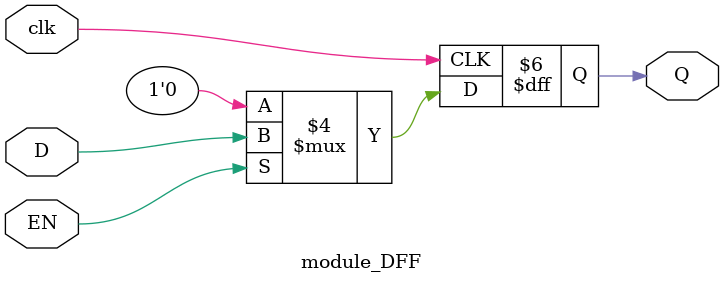
<source format=sv>
`timescale 1ns / 1ps


module module_DFF (
    input     logic    D, // Data Input
    input     logic    clk, // Clock Input
    input     logic    EN, // Reset input 
    output    logic    Q       // Q output
    );
//-------------Code Starts Here---------
    always_ff @ ( posedge clk)
        if (~EN) begin
        Q <= 1'b0;
        end  else begin
        Q <= D;
        end

endmodule 

</source>
